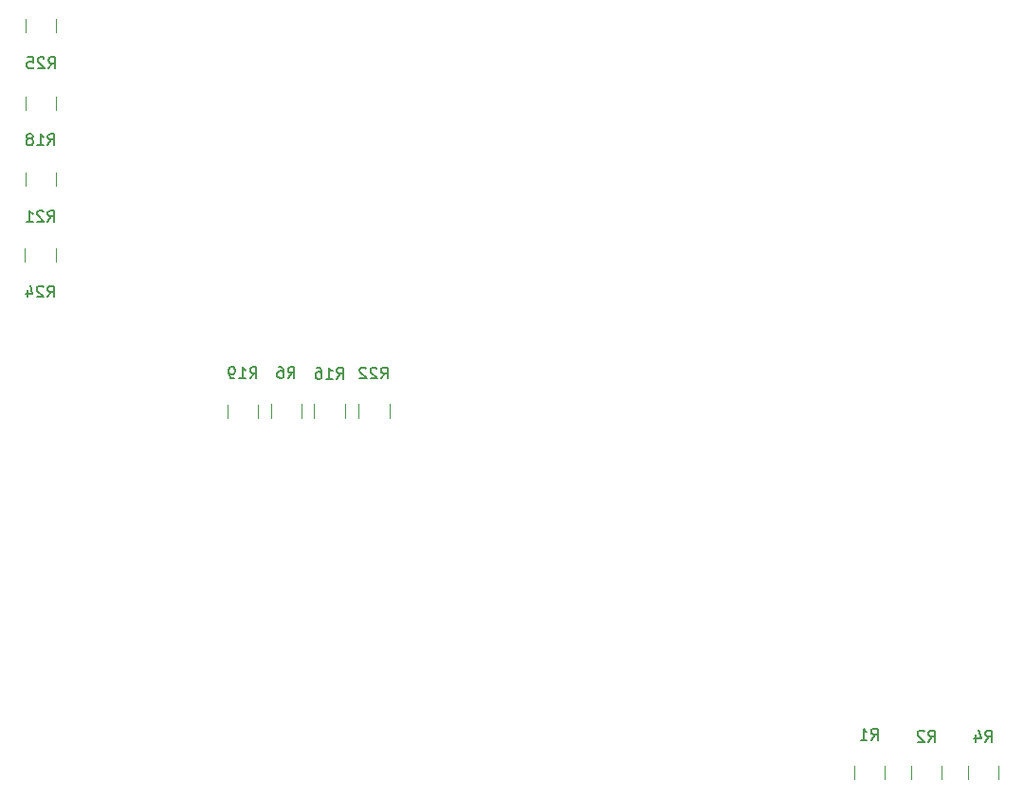
<source format=gbo>
G04 #@! TF.GenerationSoftware,KiCad,Pcbnew,5.1.5+dfsg1-2build2*
G04 #@! TF.CreationDate,2020-11-12T16:29:49+01:00*
G04 #@! TF.ProjectId,motherboard,6d6f7468-6572-4626-9f61-72642e6b6963,v0.3*
G04 #@! TF.SameCoordinates,Original*
G04 #@! TF.FileFunction,Legend,Bot*
G04 #@! TF.FilePolarity,Positive*
%FSLAX46Y46*%
G04 Gerber Fmt 4.6, Leading zero omitted, Abs format (unit mm)*
G04 Created by KiCad (PCBNEW 5.1.5+dfsg1-2build2) date 2020-11-12 16:29:49*
%MOMM*%
%LPD*%
G04 APERTURE LIST*
%ADD10C,0.120000*%
%ADD11C,0.150000*%
G04 APERTURE END LIST*
D10*
X60235000Y-105097936D02*
X60235000Y-106302064D01*
X57515000Y-105097936D02*
X57515000Y-106302064D01*
X48485000Y-105110436D02*
X48485000Y-106314564D01*
X45765000Y-105110436D02*
X45765000Y-106314564D01*
X56260000Y-105097936D02*
X56260000Y-106302064D01*
X53540000Y-105097936D02*
X53540000Y-106302064D01*
X52410000Y-105097936D02*
X52410000Y-106302064D01*
X49690000Y-105097936D02*
X49690000Y-106302064D01*
X30460000Y-84397936D02*
X30460000Y-85602064D01*
X27740000Y-84397936D02*
X27740000Y-85602064D01*
X30510000Y-77597936D02*
X30510000Y-78802064D01*
X27790000Y-77597936D02*
X27790000Y-78802064D01*
X30435000Y-91172936D02*
X30435000Y-92377064D01*
X27715000Y-91172936D02*
X27715000Y-92377064D01*
X30510000Y-70697936D02*
X30510000Y-71902064D01*
X27790000Y-70697936D02*
X27790000Y-71902064D01*
X114660000Y-137397936D02*
X114660000Y-138602064D01*
X111940000Y-137397936D02*
X111940000Y-138602064D01*
X109560000Y-137397936D02*
X109560000Y-138602064D01*
X106840000Y-137397936D02*
X106840000Y-138602064D01*
X104460000Y-137397936D02*
X104460000Y-138602064D01*
X101740000Y-137397936D02*
X101740000Y-138602064D01*
D11*
X59492857Y-102802380D02*
X59826190Y-102326190D01*
X60064285Y-102802380D02*
X60064285Y-101802380D01*
X59683333Y-101802380D01*
X59588095Y-101850000D01*
X59540476Y-101897619D01*
X59492857Y-101992857D01*
X59492857Y-102135714D01*
X59540476Y-102230952D01*
X59588095Y-102278571D01*
X59683333Y-102326190D01*
X60064285Y-102326190D01*
X59111904Y-101897619D02*
X59064285Y-101850000D01*
X58969047Y-101802380D01*
X58730952Y-101802380D01*
X58635714Y-101850000D01*
X58588095Y-101897619D01*
X58540476Y-101992857D01*
X58540476Y-102088095D01*
X58588095Y-102230952D01*
X59159523Y-102802380D01*
X58540476Y-102802380D01*
X58159523Y-101897619D02*
X58111904Y-101850000D01*
X58016666Y-101802380D01*
X57778571Y-101802380D01*
X57683333Y-101850000D01*
X57635714Y-101897619D01*
X57588095Y-101992857D01*
X57588095Y-102088095D01*
X57635714Y-102230952D01*
X58207142Y-102802380D01*
X57588095Y-102802380D01*
X47792857Y-102789880D02*
X48126190Y-102313690D01*
X48364285Y-102789880D02*
X48364285Y-101789880D01*
X47983333Y-101789880D01*
X47888095Y-101837500D01*
X47840476Y-101885119D01*
X47792857Y-101980357D01*
X47792857Y-102123214D01*
X47840476Y-102218452D01*
X47888095Y-102266071D01*
X47983333Y-102313690D01*
X48364285Y-102313690D01*
X46840476Y-102789880D02*
X47411904Y-102789880D01*
X47126190Y-102789880D02*
X47126190Y-101789880D01*
X47221428Y-101932738D01*
X47316666Y-102027976D01*
X47411904Y-102075595D01*
X46364285Y-102789880D02*
X46173809Y-102789880D01*
X46078571Y-102742261D01*
X46030952Y-102694642D01*
X45935714Y-102551785D01*
X45888095Y-102361309D01*
X45888095Y-101980357D01*
X45935714Y-101885119D01*
X45983333Y-101837500D01*
X46078571Y-101789880D01*
X46269047Y-101789880D01*
X46364285Y-101837500D01*
X46411904Y-101885119D01*
X46459523Y-101980357D01*
X46459523Y-102218452D01*
X46411904Y-102313690D01*
X46364285Y-102361309D01*
X46269047Y-102408928D01*
X46078571Y-102408928D01*
X45983333Y-102361309D01*
X45935714Y-102313690D01*
X45888095Y-102218452D01*
X55542857Y-102827380D02*
X55876190Y-102351190D01*
X56114285Y-102827380D02*
X56114285Y-101827380D01*
X55733333Y-101827380D01*
X55638095Y-101875000D01*
X55590476Y-101922619D01*
X55542857Y-102017857D01*
X55542857Y-102160714D01*
X55590476Y-102255952D01*
X55638095Y-102303571D01*
X55733333Y-102351190D01*
X56114285Y-102351190D01*
X54590476Y-102827380D02*
X55161904Y-102827380D01*
X54876190Y-102827380D02*
X54876190Y-101827380D01*
X54971428Y-101970238D01*
X55066666Y-102065476D01*
X55161904Y-102113095D01*
X53733333Y-101827380D02*
X53923809Y-101827380D01*
X54019047Y-101875000D01*
X54066666Y-101922619D01*
X54161904Y-102065476D01*
X54209523Y-102255952D01*
X54209523Y-102636904D01*
X54161904Y-102732142D01*
X54114285Y-102779761D01*
X54019047Y-102827380D01*
X53828571Y-102827380D01*
X53733333Y-102779761D01*
X53685714Y-102732142D01*
X53638095Y-102636904D01*
X53638095Y-102398809D01*
X53685714Y-102303571D01*
X53733333Y-102255952D01*
X53828571Y-102208333D01*
X54019047Y-102208333D01*
X54114285Y-102255952D01*
X54161904Y-102303571D01*
X54209523Y-102398809D01*
X51191666Y-102752380D02*
X51525000Y-102276190D01*
X51763095Y-102752380D02*
X51763095Y-101752380D01*
X51382142Y-101752380D01*
X51286904Y-101800000D01*
X51239285Y-101847619D01*
X51191666Y-101942857D01*
X51191666Y-102085714D01*
X51239285Y-102180952D01*
X51286904Y-102228571D01*
X51382142Y-102276190D01*
X51763095Y-102276190D01*
X50334523Y-101752380D02*
X50525000Y-101752380D01*
X50620238Y-101800000D01*
X50667857Y-101847619D01*
X50763095Y-101990476D01*
X50810714Y-102180952D01*
X50810714Y-102561904D01*
X50763095Y-102657142D01*
X50715476Y-102704761D01*
X50620238Y-102752380D01*
X50429761Y-102752380D01*
X50334523Y-102704761D01*
X50286904Y-102657142D01*
X50239285Y-102561904D01*
X50239285Y-102323809D01*
X50286904Y-102228571D01*
X50334523Y-102180952D01*
X50429761Y-102133333D01*
X50620238Y-102133333D01*
X50715476Y-102180952D01*
X50763095Y-102228571D01*
X50810714Y-102323809D01*
X29742857Y-88802380D02*
X30076190Y-88326190D01*
X30314285Y-88802380D02*
X30314285Y-87802380D01*
X29933333Y-87802380D01*
X29838095Y-87850000D01*
X29790476Y-87897619D01*
X29742857Y-87992857D01*
X29742857Y-88135714D01*
X29790476Y-88230952D01*
X29838095Y-88278571D01*
X29933333Y-88326190D01*
X30314285Y-88326190D01*
X29361904Y-87897619D02*
X29314285Y-87850000D01*
X29219047Y-87802380D01*
X28980952Y-87802380D01*
X28885714Y-87850000D01*
X28838095Y-87897619D01*
X28790476Y-87992857D01*
X28790476Y-88088095D01*
X28838095Y-88230952D01*
X29409523Y-88802380D01*
X28790476Y-88802380D01*
X27838095Y-88802380D02*
X28409523Y-88802380D01*
X28123809Y-88802380D02*
X28123809Y-87802380D01*
X28219047Y-87945238D01*
X28314285Y-88040476D01*
X28409523Y-88088095D01*
X29742857Y-81952380D02*
X30076190Y-81476190D01*
X30314285Y-81952380D02*
X30314285Y-80952380D01*
X29933333Y-80952380D01*
X29838095Y-81000000D01*
X29790476Y-81047619D01*
X29742857Y-81142857D01*
X29742857Y-81285714D01*
X29790476Y-81380952D01*
X29838095Y-81428571D01*
X29933333Y-81476190D01*
X30314285Y-81476190D01*
X28790476Y-81952380D02*
X29361904Y-81952380D01*
X29076190Y-81952380D02*
X29076190Y-80952380D01*
X29171428Y-81095238D01*
X29266666Y-81190476D01*
X29361904Y-81238095D01*
X28219047Y-81380952D02*
X28314285Y-81333333D01*
X28361904Y-81285714D01*
X28409523Y-81190476D01*
X28409523Y-81142857D01*
X28361904Y-81047619D01*
X28314285Y-81000000D01*
X28219047Y-80952380D01*
X28028571Y-80952380D01*
X27933333Y-81000000D01*
X27885714Y-81047619D01*
X27838095Y-81142857D01*
X27838095Y-81190476D01*
X27885714Y-81285714D01*
X27933333Y-81333333D01*
X28028571Y-81380952D01*
X28219047Y-81380952D01*
X28314285Y-81428571D01*
X28361904Y-81476190D01*
X28409523Y-81571428D01*
X28409523Y-81761904D01*
X28361904Y-81857142D01*
X28314285Y-81904761D01*
X28219047Y-81952380D01*
X28028571Y-81952380D01*
X27933333Y-81904761D01*
X27885714Y-81857142D01*
X27838095Y-81761904D01*
X27838095Y-81571428D01*
X27885714Y-81476190D01*
X27933333Y-81428571D01*
X28028571Y-81380952D01*
X29717857Y-95527380D02*
X30051190Y-95051190D01*
X30289285Y-95527380D02*
X30289285Y-94527380D01*
X29908333Y-94527380D01*
X29813095Y-94575000D01*
X29765476Y-94622619D01*
X29717857Y-94717857D01*
X29717857Y-94860714D01*
X29765476Y-94955952D01*
X29813095Y-95003571D01*
X29908333Y-95051190D01*
X30289285Y-95051190D01*
X29336904Y-94622619D02*
X29289285Y-94575000D01*
X29194047Y-94527380D01*
X28955952Y-94527380D01*
X28860714Y-94575000D01*
X28813095Y-94622619D01*
X28765476Y-94717857D01*
X28765476Y-94813095D01*
X28813095Y-94955952D01*
X29384523Y-95527380D01*
X28765476Y-95527380D01*
X27908333Y-94860714D02*
X27908333Y-95527380D01*
X28146428Y-94479761D02*
X28384523Y-95194047D01*
X27765476Y-95194047D01*
X29792857Y-75102380D02*
X30126190Y-74626190D01*
X30364285Y-75102380D02*
X30364285Y-74102380D01*
X29983333Y-74102380D01*
X29888095Y-74150000D01*
X29840476Y-74197619D01*
X29792857Y-74292857D01*
X29792857Y-74435714D01*
X29840476Y-74530952D01*
X29888095Y-74578571D01*
X29983333Y-74626190D01*
X30364285Y-74626190D01*
X29411904Y-74197619D02*
X29364285Y-74150000D01*
X29269047Y-74102380D01*
X29030952Y-74102380D01*
X28935714Y-74150000D01*
X28888095Y-74197619D01*
X28840476Y-74292857D01*
X28840476Y-74388095D01*
X28888095Y-74530952D01*
X29459523Y-75102380D01*
X28840476Y-75102380D01*
X27935714Y-74102380D02*
X28411904Y-74102380D01*
X28459523Y-74578571D01*
X28411904Y-74530952D01*
X28316666Y-74483333D01*
X28078571Y-74483333D01*
X27983333Y-74530952D01*
X27935714Y-74578571D01*
X27888095Y-74673809D01*
X27888095Y-74911904D01*
X27935714Y-75007142D01*
X27983333Y-75054761D01*
X28078571Y-75102380D01*
X28316666Y-75102380D01*
X28411904Y-75054761D01*
X28459523Y-75007142D01*
X113466666Y-135252380D02*
X113800000Y-134776190D01*
X114038095Y-135252380D02*
X114038095Y-134252380D01*
X113657142Y-134252380D01*
X113561904Y-134300000D01*
X113514285Y-134347619D01*
X113466666Y-134442857D01*
X113466666Y-134585714D01*
X113514285Y-134680952D01*
X113561904Y-134728571D01*
X113657142Y-134776190D01*
X114038095Y-134776190D01*
X112609523Y-134585714D02*
X112609523Y-135252380D01*
X112847619Y-134204761D02*
X113085714Y-134919047D01*
X112466666Y-134919047D01*
X108366666Y-135252380D02*
X108700000Y-134776190D01*
X108938095Y-135252380D02*
X108938095Y-134252380D01*
X108557142Y-134252380D01*
X108461904Y-134300000D01*
X108414285Y-134347619D01*
X108366666Y-134442857D01*
X108366666Y-134585714D01*
X108414285Y-134680952D01*
X108461904Y-134728571D01*
X108557142Y-134776190D01*
X108938095Y-134776190D01*
X107985714Y-134347619D02*
X107938095Y-134300000D01*
X107842857Y-134252380D01*
X107604761Y-134252380D01*
X107509523Y-134300000D01*
X107461904Y-134347619D01*
X107414285Y-134442857D01*
X107414285Y-134538095D01*
X107461904Y-134680952D01*
X108033333Y-135252380D01*
X107414285Y-135252380D01*
X103266666Y-135077380D02*
X103600000Y-134601190D01*
X103838095Y-135077380D02*
X103838095Y-134077380D01*
X103457142Y-134077380D01*
X103361904Y-134125000D01*
X103314285Y-134172619D01*
X103266666Y-134267857D01*
X103266666Y-134410714D01*
X103314285Y-134505952D01*
X103361904Y-134553571D01*
X103457142Y-134601190D01*
X103838095Y-134601190D01*
X102314285Y-135077380D02*
X102885714Y-135077380D01*
X102600000Y-135077380D02*
X102600000Y-134077380D01*
X102695238Y-134220238D01*
X102790476Y-134315476D01*
X102885714Y-134363095D01*
M02*

</source>
